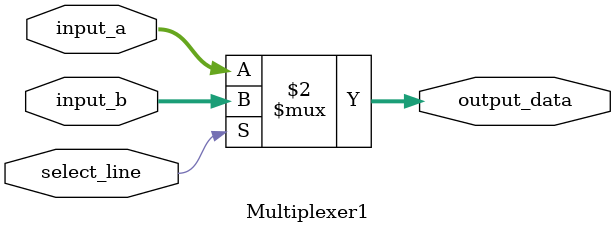
<source format=v>
module Multiplexer1(
    input wire select_line,
    input wire [31:0] input_a, input_b,
    output wire [31:0] output_data
);

assign output_data = (select_line == 0) ? input_a : input_b;

endmodule

</source>
